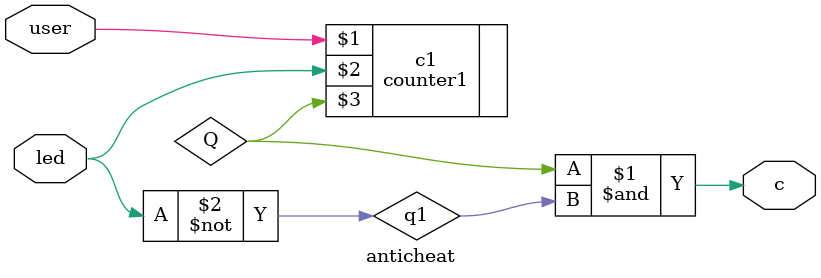
<source format=v>
module anticheat(led,user,c);

input led,user;
output c;
wire Q;
wire q1,q2;

counter1 c1(user,led,Q);

not n1(q1,led);
and a1(c,Q,q1);



endmodule

</source>
